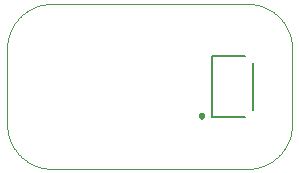
<source format=gto>
G04 EAGLE Gerber RS-274X export*
G75*
%MOMM*%
%FSLAX35Y35*%
%LPD*%
%INsilk_top*%
%IPPOS*%
%AMOC8*
5,1,8,0,0,1.08239X$1,22.5*%
G01*
%ADD10C,0.000000*%
%ADD11C,0.127000*%
%ADD12C,0.300000*%


D10*
X0Y1016000D02*
X0Y381000D01*
X0Y1016000D02*
X111Y1025206D01*
X445Y1034407D01*
X1001Y1043598D01*
X1779Y1052772D01*
X2778Y1061924D01*
X3998Y1071050D01*
X5438Y1080144D01*
X7098Y1089200D01*
X8976Y1098214D01*
X11071Y1107179D01*
X13382Y1116092D01*
X15908Y1124945D01*
X18647Y1133735D01*
X21598Y1142457D01*
X24759Y1151104D01*
X28127Y1159673D01*
X31702Y1168158D01*
X35481Y1176554D01*
X39461Y1184856D01*
X43641Y1193060D01*
X48018Y1201160D01*
X52590Y1209152D01*
X57353Y1217031D01*
X62305Y1224793D01*
X67443Y1232433D01*
X72765Y1239946D01*
X78266Y1247329D01*
X83944Y1254577D01*
X89796Y1261685D01*
X95817Y1268650D01*
X102006Y1275467D01*
X108357Y1282133D01*
X114867Y1288643D01*
X121533Y1294994D01*
X128350Y1301183D01*
X135315Y1307204D01*
X142423Y1313056D01*
X149671Y1318734D01*
X157054Y1324235D01*
X164567Y1329557D01*
X172207Y1334695D01*
X179969Y1339647D01*
X187848Y1344410D01*
X195840Y1348982D01*
X203940Y1353359D01*
X212144Y1357539D01*
X220446Y1361519D01*
X228842Y1365298D01*
X237327Y1368873D01*
X245896Y1372241D01*
X254543Y1375402D01*
X263265Y1378353D01*
X272055Y1381092D01*
X280908Y1383618D01*
X289821Y1385929D01*
X298786Y1388024D01*
X307800Y1389902D01*
X316856Y1391562D01*
X325950Y1393002D01*
X335076Y1394222D01*
X344228Y1395221D01*
X353402Y1395999D01*
X362593Y1396555D01*
X371794Y1396889D01*
X381000Y1397000D01*
X0Y381000D02*
X111Y371794D01*
X445Y362593D01*
X1001Y353402D01*
X1779Y344228D01*
X2778Y335076D01*
X3998Y325950D01*
X5438Y316856D01*
X7098Y307800D01*
X8976Y298786D01*
X11071Y289821D01*
X13382Y280908D01*
X15908Y272055D01*
X18647Y263265D01*
X21598Y254543D01*
X24759Y245896D01*
X28127Y237327D01*
X31702Y228842D01*
X35481Y220446D01*
X39461Y212144D01*
X43641Y203940D01*
X48018Y195840D01*
X52590Y187848D01*
X57353Y179969D01*
X62305Y172207D01*
X67443Y164567D01*
X72765Y157054D01*
X78266Y149671D01*
X83944Y142423D01*
X89796Y135315D01*
X95817Y128350D01*
X102006Y121533D01*
X108357Y114867D01*
X114867Y108357D01*
X121533Y102006D01*
X128350Y95817D01*
X135315Y89796D01*
X142423Y83944D01*
X149671Y78266D01*
X157054Y72765D01*
X164567Y67443D01*
X172207Y62305D01*
X179969Y57353D01*
X187848Y52590D01*
X195840Y48018D01*
X203940Y43641D01*
X212144Y39461D01*
X220446Y35481D01*
X228842Y31702D01*
X237327Y28127D01*
X245896Y24759D01*
X254543Y21598D01*
X263265Y18647D01*
X272055Y15908D01*
X280908Y13382D01*
X289821Y11071D01*
X298786Y8976D01*
X307800Y7098D01*
X316856Y5438D01*
X325950Y3998D01*
X335076Y2778D01*
X344228Y1779D01*
X353402Y1001D01*
X362593Y445D01*
X371794Y111D01*
X381000Y0D01*
X2413000Y381000D02*
X2413000Y1016000D01*
X2413000Y381000D02*
X2412889Y371794D01*
X2412555Y362593D01*
X2411999Y353402D01*
X2411221Y344228D01*
X2410222Y335076D01*
X2409002Y325950D01*
X2407562Y316856D01*
X2405902Y307800D01*
X2404024Y298786D01*
X2401929Y289821D01*
X2399618Y280908D01*
X2397092Y272055D01*
X2394353Y263265D01*
X2391402Y254543D01*
X2388241Y245896D01*
X2384873Y237327D01*
X2381298Y228842D01*
X2377519Y220446D01*
X2373539Y212144D01*
X2369359Y203940D01*
X2364982Y195840D01*
X2360410Y187848D01*
X2355647Y179969D01*
X2350695Y172207D01*
X2345557Y164567D01*
X2340235Y157054D01*
X2334734Y149671D01*
X2329056Y142423D01*
X2323204Y135315D01*
X2317183Y128350D01*
X2310994Y121533D01*
X2304643Y114867D01*
X2298133Y108357D01*
X2291467Y102006D01*
X2284650Y95817D01*
X2277685Y89796D01*
X2270577Y83944D01*
X2263329Y78266D01*
X2255946Y72765D01*
X2248433Y67443D01*
X2240793Y62305D01*
X2233031Y57353D01*
X2225152Y52590D01*
X2217160Y48018D01*
X2209060Y43641D01*
X2200856Y39461D01*
X2192554Y35481D01*
X2184158Y31702D01*
X2175673Y28127D01*
X2167104Y24759D01*
X2158457Y21598D01*
X2149735Y18647D01*
X2140945Y15908D01*
X2132092Y13382D01*
X2123179Y11071D01*
X2114214Y8976D01*
X2105200Y7098D01*
X2096144Y5438D01*
X2087050Y3998D01*
X2077924Y2778D01*
X2068772Y1779D01*
X2059598Y1001D01*
X2050407Y445D01*
X2041206Y111D01*
X2032000Y0D01*
X2413000Y1016000D02*
X2412889Y1025206D01*
X2412555Y1034407D01*
X2411999Y1043598D01*
X2411221Y1052772D01*
X2410222Y1061924D01*
X2409002Y1071050D01*
X2407562Y1080144D01*
X2405902Y1089200D01*
X2404024Y1098214D01*
X2401929Y1107179D01*
X2399618Y1116092D01*
X2397092Y1124945D01*
X2394353Y1133735D01*
X2391402Y1142457D01*
X2388241Y1151104D01*
X2384873Y1159673D01*
X2381298Y1168158D01*
X2377519Y1176554D01*
X2373539Y1184856D01*
X2369359Y1193060D01*
X2364982Y1201160D01*
X2360410Y1209152D01*
X2355647Y1217031D01*
X2350695Y1224793D01*
X2345557Y1232433D01*
X2340235Y1239946D01*
X2334734Y1247329D01*
X2329056Y1254577D01*
X2323204Y1261685D01*
X2317183Y1268650D01*
X2310994Y1275467D01*
X2304643Y1282133D01*
X2298133Y1288643D01*
X2291467Y1294994D01*
X2284650Y1301183D01*
X2277685Y1307204D01*
X2270577Y1313056D01*
X2263329Y1318734D01*
X2255946Y1324235D01*
X2248433Y1329557D01*
X2240793Y1334695D01*
X2233031Y1339647D01*
X2225152Y1344410D01*
X2217160Y1348982D01*
X2209060Y1353359D01*
X2200856Y1357539D01*
X2192554Y1361519D01*
X2184158Y1365298D01*
X2175673Y1368873D01*
X2167104Y1372241D01*
X2158457Y1375402D01*
X2149735Y1378353D01*
X2140945Y1381092D01*
X2132092Y1383618D01*
X2123179Y1385929D01*
X2114214Y1388024D01*
X2105200Y1389902D01*
X2096144Y1391562D01*
X2087050Y1393002D01*
X2077924Y1394222D01*
X2068772Y1395221D01*
X2059598Y1395999D01*
X2050407Y1396555D01*
X2041206Y1396889D01*
X2032000Y1397000D01*
X381000Y1397000D01*
X381000Y0D02*
X2032000Y0D01*
D11*
X2018000Y958500D02*
X1738000Y958500D01*
X1738000Y438500D02*
X2018000Y438500D01*
X1738000Y438500D02*
X1738000Y958500D01*
X2078000Y898500D02*
X2078000Y498500D01*
D12*
X1641000Y444500D02*
X1641003Y444745D01*
X1641012Y444991D01*
X1641027Y445236D01*
X1641048Y445480D01*
X1641075Y445724D01*
X1641108Y445967D01*
X1641147Y446210D01*
X1641192Y446451D01*
X1641243Y446691D01*
X1641300Y446930D01*
X1641362Y447167D01*
X1641431Y447403D01*
X1641505Y447637D01*
X1641585Y447869D01*
X1641670Y448099D01*
X1641761Y448327D01*
X1641858Y448552D01*
X1641960Y448776D01*
X1642068Y448996D01*
X1642181Y449214D01*
X1642299Y449429D01*
X1642423Y449641D01*
X1642551Y449850D01*
X1642685Y450056D01*
X1642824Y450258D01*
X1642968Y450457D01*
X1643117Y450652D01*
X1643270Y450844D01*
X1643428Y451032D01*
X1643590Y451216D01*
X1643758Y451395D01*
X1643929Y451571D01*
X1644105Y451742D01*
X1644284Y451910D01*
X1644468Y452072D01*
X1644656Y452230D01*
X1644848Y452383D01*
X1645043Y452532D01*
X1645242Y452676D01*
X1645444Y452815D01*
X1645650Y452949D01*
X1645859Y453077D01*
X1646071Y453201D01*
X1646286Y453319D01*
X1646504Y453432D01*
X1646724Y453540D01*
X1646948Y453642D01*
X1647173Y453739D01*
X1647401Y453830D01*
X1647631Y453915D01*
X1647863Y453995D01*
X1648097Y454069D01*
X1648333Y454138D01*
X1648570Y454200D01*
X1648809Y454257D01*
X1649049Y454308D01*
X1649290Y454353D01*
X1649533Y454392D01*
X1649776Y454425D01*
X1650020Y454452D01*
X1650264Y454473D01*
X1650509Y454488D01*
X1650755Y454497D01*
X1651000Y454500D01*
X1651245Y454497D01*
X1651491Y454488D01*
X1651736Y454473D01*
X1651980Y454452D01*
X1652224Y454425D01*
X1652467Y454392D01*
X1652710Y454353D01*
X1652951Y454308D01*
X1653191Y454257D01*
X1653430Y454200D01*
X1653667Y454138D01*
X1653903Y454069D01*
X1654137Y453995D01*
X1654369Y453915D01*
X1654599Y453830D01*
X1654827Y453739D01*
X1655052Y453642D01*
X1655276Y453540D01*
X1655496Y453432D01*
X1655714Y453319D01*
X1655929Y453201D01*
X1656141Y453077D01*
X1656350Y452949D01*
X1656556Y452815D01*
X1656758Y452676D01*
X1656957Y452532D01*
X1657152Y452383D01*
X1657344Y452230D01*
X1657532Y452072D01*
X1657716Y451910D01*
X1657895Y451742D01*
X1658071Y451571D01*
X1658242Y451395D01*
X1658410Y451216D01*
X1658572Y451032D01*
X1658730Y450844D01*
X1658883Y450652D01*
X1659032Y450457D01*
X1659176Y450258D01*
X1659315Y450056D01*
X1659449Y449850D01*
X1659577Y449641D01*
X1659701Y449429D01*
X1659819Y449214D01*
X1659932Y448996D01*
X1660040Y448776D01*
X1660142Y448552D01*
X1660239Y448327D01*
X1660330Y448099D01*
X1660415Y447869D01*
X1660495Y447637D01*
X1660569Y447403D01*
X1660638Y447167D01*
X1660700Y446930D01*
X1660757Y446691D01*
X1660808Y446451D01*
X1660853Y446210D01*
X1660892Y445967D01*
X1660925Y445724D01*
X1660952Y445480D01*
X1660973Y445236D01*
X1660988Y444991D01*
X1660997Y444745D01*
X1661000Y444500D01*
X1660997Y444255D01*
X1660988Y444009D01*
X1660973Y443764D01*
X1660952Y443520D01*
X1660925Y443276D01*
X1660892Y443033D01*
X1660853Y442790D01*
X1660808Y442549D01*
X1660757Y442309D01*
X1660700Y442070D01*
X1660638Y441833D01*
X1660569Y441597D01*
X1660495Y441363D01*
X1660415Y441131D01*
X1660330Y440901D01*
X1660239Y440673D01*
X1660142Y440448D01*
X1660040Y440224D01*
X1659932Y440004D01*
X1659819Y439786D01*
X1659701Y439571D01*
X1659577Y439359D01*
X1659449Y439150D01*
X1659315Y438944D01*
X1659176Y438742D01*
X1659032Y438543D01*
X1658883Y438348D01*
X1658730Y438156D01*
X1658572Y437968D01*
X1658410Y437784D01*
X1658242Y437605D01*
X1658071Y437429D01*
X1657895Y437258D01*
X1657716Y437090D01*
X1657532Y436928D01*
X1657344Y436770D01*
X1657152Y436617D01*
X1656957Y436468D01*
X1656758Y436324D01*
X1656556Y436185D01*
X1656350Y436051D01*
X1656141Y435923D01*
X1655929Y435799D01*
X1655714Y435681D01*
X1655496Y435568D01*
X1655276Y435460D01*
X1655052Y435358D01*
X1654827Y435261D01*
X1654599Y435170D01*
X1654369Y435085D01*
X1654137Y435005D01*
X1653903Y434931D01*
X1653667Y434862D01*
X1653430Y434800D01*
X1653191Y434743D01*
X1652951Y434692D01*
X1652710Y434647D01*
X1652467Y434608D01*
X1652224Y434575D01*
X1651980Y434548D01*
X1651736Y434527D01*
X1651491Y434512D01*
X1651245Y434503D01*
X1651000Y434500D01*
X1650755Y434503D01*
X1650509Y434512D01*
X1650264Y434527D01*
X1650020Y434548D01*
X1649776Y434575D01*
X1649533Y434608D01*
X1649290Y434647D01*
X1649049Y434692D01*
X1648809Y434743D01*
X1648570Y434800D01*
X1648333Y434862D01*
X1648097Y434931D01*
X1647863Y435005D01*
X1647631Y435085D01*
X1647401Y435170D01*
X1647173Y435261D01*
X1646948Y435358D01*
X1646724Y435460D01*
X1646504Y435568D01*
X1646286Y435681D01*
X1646071Y435799D01*
X1645859Y435923D01*
X1645650Y436051D01*
X1645444Y436185D01*
X1645242Y436324D01*
X1645043Y436468D01*
X1644848Y436617D01*
X1644656Y436770D01*
X1644468Y436928D01*
X1644284Y437090D01*
X1644105Y437258D01*
X1643929Y437429D01*
X1643758Y437605D01*
X1643590Y437784D01*
X1643428Y437968D01*
X1643270Y438156D01*
X1643117Y438348D01*
X1642968Y438543D01*
X1642824Y438742D01*
X1642685Y438944D01*
X1642551Y439150D01*
X1642423Y439359D01*
X1642299Y439571D01*
X1642181Y439786D01*
X1642068Y440004D01*
X1641960Y440224D01*
X1641858Y440448D01*
X1641761Y440673D01*
X1641670Y440901D01*
X1641585Y441131D01*
X1641505Y441363D01*
X1641431Y441597D01*
X1641362Y441833D01*
X1641300Y442070D01*
X1641243Y442309D01*
X1641192Y442549D01*
X1641147Y442790D01*
X1641108Y443033D01*
X1641075Y443276D01*
X1641048Y443520D01*
X1641027Y443764D01*
X1641012Y444009D01*
X1641003Y444255D01*
X1641000Y444500D01*
M02*

</source>
